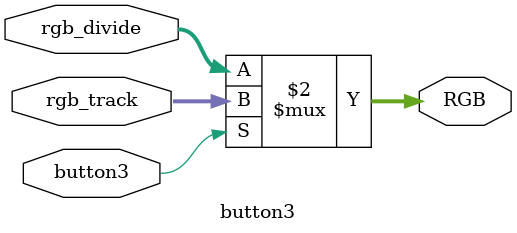
<source format=v>
`timescale 1ns / 1ps


(* dont_touch = "true" *)
module button3(
    input button3,
    input  [11:0]rgb_divide,
    input  [11:0]rgb_track,
    output [11:0]RGB
    );
    assign RGB=(button3==1'b1)?rgb_track:rgb_divide;
endmodule
</source>
